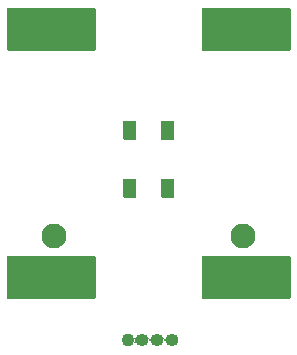
<source format=gbr>
G04 #@! TF.GenerationSoftware,KiCad,Pcbnew,(5.1.9)-1*
G04 #@! TF.CreationDate,2021-12-22T21:11:34+01:00*
G04 #@! TF.ProjectId,Omamori,4f6d616d-6f72-4692-9e6b-696361645f70,rev?*
G04 #@! TF.SameCoordinates,Original*
G04 #@! TF.FileFunction,Soldermask,Top*
G04 #@! TF.FilePolarity,Negative*
%FSLAX46Y46*%
G04 Gerber Fmt 4.6, Leading zero omitted, Abs format (unit mm)*
G04 Created by KiCad (PCBNEW (5.1.9)-1) date 2021-12-22 21:11:34*
%MOMM*%
%LPD*%
G01*
G04 APERTURE LIST*
%ADD10C,2.102000*%
%ADD11C,1.102000*%
%ADD12O,1.102000X1.102000*%
%ADD13C,0.100000*%
G04 APERTURE END LIST*
G36*
G01*
X13050000Y-17699000D02*
X20450000Y-17699000D01*
G75*
G02*
X20501000Y-17750000I0J-51000D01*
G01*
X20501000Y-21250000D01*
G75*
G02*
X20450000Y-21301000I-51000J0D01*
G01*
X13050000Y-21301000D01*
G75*
G02*
X12999000Y-21250000I0J51000D01*
G01*
X12999000Y-17750000D01*
G75*
G02*
X13050000Y-17699000I51000J0D01*
G01*
G37*
G36*
G01*
X13050000Y-38699000D02*
X20450000Y-38699000D01*
G75*
G02*
X20501000Y-38750000I0J-51000D01*
G01*
X20501000Y-42250000D01*
G75*
G02*
X20450000Y-42301000I-51000J0D01*
G01*
X13050000Y-42301000D01*
G75*
G02*
X12999000Y-42250000I0J51000D01*
G01*
X12999000Y-38750000D01*
G75*
G02*
X13050000Y-38699000I51000J0D01*
G01*
G37*
G36*
G01*
X29550000Y-17699000D02*
X36950000Y-17699000D01*
G75*
G02*
X37001000Y-17750000I0J-51000D01*
G01*
X37001000Y-21250000D01*
G75*
G02*
X36950000Y-21301000I-51000J0D01*
G01*
X29550000Y-21301000D01*
G75*
G02*
X29499000Y-21250000I0J51000D01*
G01*
X29499000Y-17750000D01*
G75*
G02*
X29550000Y-17699000I51000J0D01*
G01*
G37*
G36*
G01*
X29550000Y-38699000D02*
X36950000Y-38699000D01*
G75*
G02*
X37001000Y-38750000I0J-51000D01*
G01*
X37001000Y-42250000D01*
G75*
G02*
X36950000Y-42301000I-51000J0D01*
G01*
X29550000Y-42301000D01*
G75*
G02*
X29499000Y-42250000I0J51000D01*
G01*
X29499000Y-38750000D01*
G75*
G02*
X29550000Y-38699000I51000J0D01*
G01*
G37*
D10*
X17000000Y-37000000D03*
X33000000Y-37000000D03*
D11*
X23250000Y-45800000D03*
D12*
X26980000Y-45800000D03*
X25710000Y-45800000D03*
X24440000Y-45800000D03*
G36*
G01*
X27100000Y-28851000D02*
X26100000Y-28851000D01*
G75*
G02*
X26049000Y-28800000I0J51000D01*
G01*
X26049000Y-27300000D01*
G75*
G02*
X26100000Y-27249000I51000J0D01*
G01*
X27100000Y-27249000D01*
G75*
G02*
X27151000Y-27300000I0J-51000D01*
G01*
X27151000Y-28800000D01*
G75*
G02*
X27100000Y-28851000I-51000J0D01*
G01*
G37*
G36*
G01*
X23900000Y-28851000D02*
X22900000Y-28851000D01*
G75*
G02*
X22849000Y-28800000I0J51000D01*
G01*
X22849000Y-27300000D01*
G75*
G02*
X22900000Y-27249000I51000J0D01*
G01*
X23900000Y-27249000D01*
G75*
G02*
X23951000Y-27300000I0J-51000D01*
G01*
X23951000Y-28800000D01*
G75*
G02*
X23900000Y-28851000I-51000J0D01*
G01*
G37*
G36*
G01*
X27100000Y-33751000D02*
X26100000Y-33751000D01*
G75*
G02*
X26049000Y-33700000I0J51000D01*
G01*
X26049000Y-32200000D01*
G75*
G02*
X26100000Y-32149000I51000J0D01*
G01*
X27100000Y-32149000D01*
G75*
G02*
X27151000Y-32200000I0J-51000D01*
G01*
X27151000Y-33700000D01*
G75*
G02*
X27100000Y-33751000I-51000J0D01*
G01*
G37*
G36*
G01*
X23900000Y-33751000D02*
X22900000Y-33751000D01*
G75*
G02*
X22849000Y-33700000I0J51000D01*
G01*
X22849000Y-32200000D01*
G75*
G02*
X22900000Y-32149000I51000J0D01*
G01*
X23900000Y-32149000D01*
G75*
G02*
X23951000Y-32200000I0J-51000D01*
G01*
X23951000Y-33700000D01*
G75*
G02*
X23900000Y-33751000I-51000J0D01*
G01*
G37*
D13*
G36*
X23954673Y-45542228D02*
G01*
X23954727Y-45543878D01*
X23914650Y-45640635D01*
X23893653Y-45746192D01*
X23893653Y-45853808D01*
X23914650Y-45959365D01*
X23954727Y-46056122D01*
X23954466Y-46058105D01*
X23952618Y-46058870D01*
X23951216Y-46057998D01*
X23947325Y-46052175D01*
X23931966Y-46033460D01*
X23913329Y-46018165D01*
X23892066Y-46006800D01*
X23868991Y-45999800D01*
X23844999Y-45997437D01*
X23821008Y-45999800D01*
X23797933Y-46006800D01*
X23776670Y-46018165D01*
X23758033Y-46033461D01*
X23742675Y-46052175D01*
X23738784Y-46057998D01*
X23736990Y-46058883D01*
X23735327Y-46057772D01*
X23735273Y-46056122D01*
X23775350Y-45959365D01*
X23796347Y-45853808D01*
X23796347Y-45746192D01*
X23775350Y-45640635D01*
X23735273Y-45543878D01*
X23735534Y-45541895D01*
X23737382Y-45541130D01*
X23738784Y-45542002D01*
X23742675Y-45547825D01*
X23758034Y-45566540D01*
X23776671Y-45581835D01*
X23797934Y-45593200D01*
X23821009Y-45600200D01*
X23845001Y-45602563D01*
X23868992Y-45600200D01*
X23892067Y-45593200D01*
X23913330Y-45581835D01*
X23931967Y-45566539D01*
X23947325Y-45547825D01*
X23951216Y-45542002D01*
X23953010Y-45541117D01*
X23954673Y-45542228D01*
G37*
G36*
X26459287Y-45627256D02*
G01*
X26459437Y-45629077D01*
X26454650Y-45640635D01*
X26433653Y-45746192D01*
X26433653Y-45853808D01*
X26454650Y-45959365D01*
X26459437Y-45970923D01*
X26459176Y-45972906D01*
X26457328Y-45973671D01*
X26455825Y-45972631D01*
X26447262Y-45956609D01*
X26431967Y-45937972D01*
X26413330Y-45922677D01*
X26392066Y-45911312D01*
X26368991Y-45904312D01*
X26345000Y-45901949D01*
X26321009Y-45904312D01*
X26297934Y-45911312D01*
X26276670Y-45922677D01*
X26258033Y-45937972D01*
X26242738Y-45956609D01*
X26234175Y-45972631D01*
X26232476Y-45973687D01*
X26230713Y-45972744D01*
X26230563Y-45970923D01*
X26235350Y-45959365D01*
X26256347Y-45853808D01*
X26256347Y-45746192D01*
X26235350Y-45640635D01*
X26230563Y-45629077D01*
X26230824Y-45627094D01*
X26232672Y-45626329D01*
X26234175Y-45627369D01*
X26242738Y-45643391D01*
X26258033Y-45662028D01*
X26276670Y-45677323D01*
X26297934Y-45688688D01*
X26321009Y-45695688D01*
X26345000Y-45698051D01*
X26368991Y-45695688D01*
X26392066Y-45688688D01*
X26413330Y-45677323D01*
X26431967Y-45662028D01*
X26447262Y-45643391D01*
X26455825Y-45627369D01*
X26457524Y-45626313D01*
X26459287Y-45627256D01*
G37*
G36*
X25189287Y-45627256D02*
G01*
X25189437Y-45629077D01*
X25184650Y-45640635D01*
X25163653Y-45746192D01*
X25163653Y-45853808D01*
X25184650Y-45959365D01*
X25189437Y-45970923D01*
X25189176Y-45972906D01*
X25187328Y-45973671D01*
X25185825Y-45972631D01*
X25177262Y-45956609D01*
X25161967Y-45937972D01*
X25143330Y-45922677D01*
X25122066Y-45911312D01*
X25098991Y-45904312D01*
X25075000Y-45901949D01*
X25051009Y-45904312D01*
X25027934Y-45911312D01*
X25006670Y-45922677D01*
X24988033Y-45937972D01*
X24972738Y-45956609D01*
X24964175Y-45972631D01*
X24962476Y-45973687D01*
X24960713Y-45972744D01*
X24960563Y-45970923D01*
X24965350Y-45959365D01*
X24986347Y-45853808D01*
X24986347Y-45746192D01*
X24965350Y-45640635D01*
X24960563Y-45629077D01*
X24960824Y-45627094D01*
X24962672Y-45626329D01*
X24964175Y-45627369D01*
X24972738Y-45643391D01*
X24988033Y-45662028D01*
X25006670Y-45677323D01*
X25027934Y-45688688D01*
X25051009Y-45695688D01*
X25075000Y-45698051D01*
X25098991Y-45695688D01*
X25122066Y-45688688D01*
X25143330Y-45677323D01*
X25161967Y-45662028D01*
X25177262Y-45643391D01*
X25185825Y-45627369D01*
X25187524Y-45626313D01*
X25189287Y-45627256D01*
G37*
M02*

</source>
